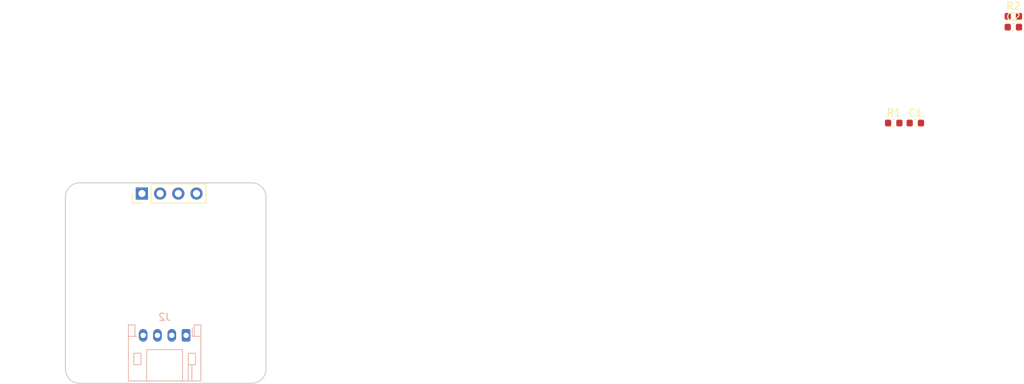
<source format=kicad_pcb>
(kicad_pcb (version 20171130) (host pcbnew 5.0.2-5.fc29)

  (general
    (thickness 1.6)
    (drawings 12)
    (tracks 0)
    (zones 0)
    (modules 6)
    (nets 5)
  )

  (page A4)
  (layers
    (0 F.Cu signal)
    (31 B.Cu signal)
    (32 B.Adhes user)
    (33 F.Adhes user)
    (34 B.Paste user)
    (35 F.Paste user)
    (36 B.SilkS user)
    (37 F.SilkS user)
    (38 B.Mask user)
    (39 F.Mask user)
    (40 Dwgs.User user)
    (41 Cmts.User user)
    (42 Eco1.User user)
    (43 Eco2.User user)
    (44 Edge.Cuts user)
    (45 Margin user)
    (46 B.CrtYd user hide)
    (47 F.CrtYd user hide)
    (48 B.Fab user hide)
    (49 F.Fab user hide)
  )

  (setup
    (last_trace_width 0.25)
    (user_trace_width 0.25)
    (user_trace_width 0.3)
    (user_trace_width 0.35)
    (user_trace_width 0.4)
    (user_trace_width 0.5)
    (user_trace_width 0.6)
    (trace_clearance 0.2)
    (zone_clearance 0.508)
    (zone_45_only no)
    (trace_min 0.2)
    (segment_width 0.2)
    (edge_width 0.15)
    (via_size 0.8)
    (via_drill 0.4)
    (via_min_size 0.4)
    (via_min_drill 0.3)
    (user_via 0.6 0.3)
    (user_via 0.8 0.4)
    (uvia_size 0.3)
    (uvia_drill 0.1)
    (uvias_allowed no)
    (uvia_min_size 0.2)
    (uvia_min_drill 0.1)
    (pcb_text_width 0.3)
    (pcb_text_size 1.5 1.5)
    (mod_edge_width 0.15)
    (mod_text_size 1 1)
    (mod_text_width 0.15)
    (pad_size 1.524 1.524)
    (pad_drill 0.762)
    (pad_to_mask_clearance 0.051)
    (solder_mask_min_width 0.25)
    (aux_axis_origin 0 0)
    (visible_elements FFFFFF7F)
    (pcbplotparams
      (layerselection 0x010fc_ffffffff)
      (usegerberextensions false)
      (usegerberattributes false)
      (usegerberadvancedattributes false)
      (creategerberjobfile false)
      (excludeedgelayer true)
      (linewidth 0.100000)
      (plotframeref false)
      (viasonmask false)
      (mode 1)
      (useauxorigin false)
      (hpglpennumber 1)
      (hpglpenspeed 20)
      (hpglpendiameter 15.000000)
      (psnegative false)
      (psa4output false)
      (plotreference true)
      (plotvalue true)
      (plotinvisibletext false)
      (padsonsilk false)
      (subtractmaskfromsilk false)
      (outputformat 1)
      (mirror false)
      (drillshape 1)
      (scaleselection 1)
      (outputdirectory ""))
  )

  (net 0 "")
  (net 1 VCC)
  (net 2 SDA)
  (net 3 SCL)
  (net 4 GND)

  (net_class Default "This is the default net class."
    (clearance 0.2)
    (trace_width 0.25)
    (via_dia 0.8)
    (via_drill 0.4)
    (uvia_dia 0.3)
    (uvia_drill 0.1)
    (add_net GND)
    (add_net SCL)
    (add_net SDA)
    (add_net VCC)
  )

  (module Capacitor_SMD:C_0603_1608Metric (layer F.Cu) (tedit 5B301BBE) (tstamp 5CBB842D)
    (at 221.855001 57.765001)
    (descr "Capacitor SMD 0603 (1608 Metric), square (rectangular) end terminal, IPC_7351 nominal, (Body size source: http://www.tortai-tech.com/upload/download/2011102023233369053.pdf), generated with kicad-footprint-generator")
    (tags capacitor)
    (path /5CADAB49)
    (attr smd)
    (fp_text reference C2 (at 0 -1.43) (layer F.SilkS)
      (effects (font (size 1 1) (thickness 0.15)))
    )
    (fp_text value 0.1uF (at 0 1.43) (layer F.Fab)
      (effects (font (size 1 1) (thickness 0.15)))
    )
    (fp_text user %R (at 0 0) (layer F.Fab)
      (effects (font (size 0.4 0.4) (thickness 0.06)))
    )
    (fp_line (start 1.48 0.73) (end -1.48 0.73) (layer F.CrtYd) (width 0.05))
    (fp_line (start 1.48 -0.73) (end 1.48 0.73) (layer F.CrtYd) (width 0.05))
    (fp_line (start -1.48 -0.73) (end 1.48 -0.73) (layer F.CrtYd) (width 0.05))
    (fp_line (start -1.48 0.73) (end -1.48 -0.73) (layer F.CrtYd) (width 0.05))
    (fp_line (start -0.162779 0.51) (end 0.162779 0.51) (layer F.SilkS) (width 0.12))
    (fp_line (start -0.162779 -0.51) (end 0.162779 -0.51) (layer F.SilkS) (width 0.12))
    (fp_line (start 0.8 0.4) (end -0.8 0.4) (layer F.Fab) (width 0.1))
    (fp_line (start 0.8 -0.4) (end 0.8 0.4) (layer F.Fab) (width 0.1))
    (fp_line (start -0.8 -0.4) (end 0.8 -0.4) (layer F.Fab) (width 0.1))
    (fp_line (start -0.8 0.4) (end -0.8 -0.4) (layer F.Fab) (width 0.1))
    (pad 2 smd roundrect (at 0.7875 0) (size 0.875 0.95) (layers F.Cu F.Paste F.Mask) (roundrect_rratio 0.25)
      (net 4 GND))
    (pad 1 smd roundrect (at -0.7875 0) (size 0.875 0.95) (layers F.Cu F.Paste F.Mask) (roundrect_rratio 0.25)
      (net 1 VCC))
    (model ${KISYS3DMOD}/Capacitor_SMD.3dshapes/C_0603_1608Metric.wrl
      (at (xyz 0 0 0))
      (scale (xyz 1 1 1))
      (rotate (xyz 0 0 0))
    )
  )

  (module Capacitor_SMD:C_0603_1608Metric (layer F.Cu) (tedit 5B301BBE) (tstamp 5CBB841C)
    (at 208.165001 71.155001)
    (descr "Capacitor SMD 0603 (1608 Metric), square (rectangular) end terminal, IPC_7351 nominal, (Body size source: http://www.tortai-tech.com/upload/download/2011102023233369053.pdf), generated with kicad-footprint-generator")
    (tags capacitor)
    (path /5CADAAB9)
    (attr smd)
    (fp_text reference C1 (at 0 -1.43) (layer F.SilkS)
      (effects (font (size 1 1) (thickness 0.15)))
    )
    (fp_text value 1uF (at 0 1.43) (layer F.Fab)
      (effects (font (size 1 1) (thickness 0.15)))
    )
    (fp_line (start -0.8 0.4) (end -0.8 -0.4) (layer F.Fab) (width 0.1))
    (fp_line (start -0.8 -0.4) (end 0.8 -0.4) (layer F.Fab) (width 0.1))
    (fp_line (start 0.8 -0.4) (end 0.8 0.4) (layer F.Fab) (width 0.1))
    (fp_line (start 0.8 0.4) (end -0.8 0.4) (layer F.Fab) (width 0.1))
    (fp_line (start -0.162779 -0.51) (end 0.162779 -0.51) (layer F.SilkS) (width 0.12))
    (fp_line (start -0.162779 0.51) (end 0.162779 0.51) (layer F.SilkS) (width 0.12))
    (fp_line (start -1.48 0.73) (end -1.48 -0.73) (layer F.CrtYd) (width 0.05))
    (fp_line (start -1.48 -0.73) (end 1.48 -0.73) (layer F.CrtYd) (width 0.05))
    (fp_line (start 1.48 -0.73) (end 1.48 0.73) (layer F.CrtYd) (width 0.05))
    (fp_line (start 1.48 0.73) (end -1.48 0.73) (layer F.CrtYd) (width 0.05))
    (fp_text user %R (at 0 0) (layer F.Fab)
      (effects (font (size 0.4 0.4) (thickness 0.06)))
    )
    (pad 1 smd roundrect (at -0.7875 0) (size 0.875 0.95) (layers F.Cu F.Paste F.Mask) (roundrect_rratio 0.25)
      (net 1 VCC))
    (pad 2 smd roundrect (at 0.7875 0) (size 0.875 0.95) (layers F.Cu F.Paste F.Mask) (roundrect_rratio 0.25)
      (net 4 GND))
    (model ${KISYS3DMOD}/Capacitor_SMD.3dshapes/C_0603_1608Metric.wrl
      (at (xyz 0 0 0))
      (scale (xyz 1 1 1))
      (rotate (xyz 0 0 0))
    )
  )

  (module Connector_JST:JST_PH_S4B-PH-K_1x04_P2.00mm_Horizontal (layer B.Cu) (tedit 5B7745C6) (tstamp 5CBB840B)
    (at 106.35 100.8 180)
    (descr "JST PH series connector, S4B-PH-K (http://www.jst-mfg.com/product/pdf/eng/ePH.pdf), generated with kicad-footprint-generator")
    (tags "connector JST PH top entry")
    (path /5CAD9695)
    (fp_text reference J2 (at 3 2.55 180) (layer B.SilkS)
      (effects (font (size 1 1) (thickness 0.15)) (justify mirror))
    )
    (fp_text value JST_CONN (at 3 -7.45 180) (layer B.Fab)
      (effects (font (size 1 1) (thickness 0.15)) (justify mirror))
    )
    (fp_line (start -0.86 -0.14) (end -1.14 -0.14) (layer B.SilkS) (width 0.12))
    (fp_line (start -1.14 -0.14) (end -1.14 1.46) (layer B.SilkS) (width 0.12))
    (fp_line (start -1.14 1.46) (end -2.06 1.46) (layer B.SilkS) (width 0.12))
    (fp_line (start -2.06 1.46) (end -2.06 -6.36) (layer B.SilkS) (width 0.12))
    (fp_line (start -2.06 -6.36) (end 8.06 -6.36) (layer B.SilkS) (width 0.12))
    (fp_line (start 8.06 -6.36) (end 8.06 1.46) (layer B.SilkS) (width 0.12))
    (fp_line (start 8.06 1.46) (end 7.14 1.46) (layer B.SilkS) (width 0.12))
    (fp_line (start 7.14 1.46) (end 7.14 -0.14) (layer B.SilkS) (width 0.12))
    (fp_line (start 7.14 -0.14) (end 6.86 -0.14) (layer B.SilkS) (width 0.12))
    (fp_line (start 0.5 -6.36) (end 0.5 -2) (layer B.SilkS) (width 0.12))
    (fp_line (start 0.5 -2) (end 5.5 -2) (layer B.SilkS) (width 0.12))
    (fp_line (start 5.5 -2) (end 5.5 -6.36) (layer B.SilkS) (width 0.12))
    (fp_line (start -2.06 -0.14) (end -1.14 -0.14) (layer B.SilkS) (width 0.12))
    (fp_line (start 8.06 -0.14) (end 7.14 -0.14) (layer B.SilkS) (width 0.12))
    (fp_line (start -1.3 -2.5) (end -1.3 -4.1) (layer B.SilkS) (width 0.12))
    (fp_line (start -1.3 -4.1) (end -0.3 -4.1) (layer B.SilkS) (width 0.12))
    (fp_line (start -0.3 -4.1) (end -0.3 -2.5) (layer B.SilkS) (width 0.12))
    (fp_line (start -0.3 -2.5) (end -1.3 -2.5) (layer B.SilkS) (width 0.12))
    (fp_line (start 7.3 -2.5) (end 7.3 -4.1) (layer B.SilkS) (width 0.12))
    (fp_line (start 7.3 -4.1) (end 6.3 -4.1) (layer B.SilkS) (width 0.12))
    (fp_line (start 6.3 -4.1) (end 6.3 -2.5) (layer B.SilkS) (width 0.12))
    (fp_line (start 6.3 -2.5) (end 7.3 -2.5) (layer B.SilkS) (width 0.12))
    (fp_line (start -0.3 -4.1) (end -0.3 -6.36) (layer B.SilkS) (width 0.12))
    (fp_line (start -0.8 -4.1) (end -0.8 -6.36) (layer B.SilkS) (width 0.12))
    (fp_line (start -2.45 1.85) (end -2.45 -6.75) (layer B.CrtYd) (width 0.05))
    (fp_line (start -2.45 -6.75) (end 8.45 -6.75) (layer B.CrtYd) (width 0.05))
    (fp_line (start 8.45 -6.75) (end 8.45 1.85) (layer B.CrtYd) (width 0.05))
    (fp_line (start 8.45 1.85) (end -2.45 1.85) (layer B.CrtYd) (width 0.05))
    (fp_line (start -1.25 -0.25) (end -1.25 1.35) (layer B.Fab) (width 0.1))
    (fp_line (start -1.25 1.35) (end -1.95 1.35) (layer B.Fab) (width 0.1))
    (fp_line (start -1.95 1.35) (end -1.95 -6.25) (layer B.Fab) (width 0.1))
    (fp_line (start -1.95 -6.25) (end 7.95 -6.25) (layer B.Fab) (width 0.1))
    (fp_line (start 7.95 -6.25) (end 7.95 1.35) (layer B.Fab) (width 0.1))
    (fp_line (start 7.95 1.35) (end 7.25 1.35) (layer B.Fab) (width 0.1))
    (fp_line (start 7.25 1.35) (end 7.25 -0.25) (layer B.Fab) (width 0.1))
    (fp_line (start 7.25 -0.25) (end -1.25 -0.25) (layer B.Fab) (width 0.1))
    (fp_line (start -0.86 -0.14) (end -0.86 1.075) (layer B.SilkS) (width 0.12))
    (fp_line (start 0 -0.875) (end -0.5 -1.375) (layer B.Fab) (width 0.1))
    (fp_line (start -0.5 -1.375) (end 0.5 -1.375) (layer B.Fab) (width 0.1))
    (fp_line (start 0.5 -1.375) (end 0 -0.875) (layer B.Fab) (width 0.1))
    (fp_text user %R (at 3 -2.5 180) (layer B.Fab)
      (effects (font (size 1 1) (thickness 0.15)) (justify mirror))
    )
    (pad 1 thru_hole roundrect (at 0 0 180) (size 1.2 1.75) (drill 0.75) (layers *.Cu *.Mask) (roundrect_rratio 0.208333)
      (net 4 GND))
    (pad 2 thru_hole oval (at 2 0 180) (size 1.2 1.75) (drill 0.75) (layers *.Cu *.Mask)
      (net 1 VCC))
    (pad 3 thru_hole oval (at 4 0 180) (size 1.2 1.75) (drill 0.75) (layers *.Cu *.Mask)
      (net 2 SDA))
    (pad 4 thru_hole oval (at 6 0 180) (size 1.2 1.75) (drill 0.75) (layers *.Cu *.Mask)
      (net 3 SCL))
    (model ${KISYS3DMOD}/Connector_JST.3dshapes/JST_PH_S4B-PH-K_1x04_P2.00mm_Horizontal.wrl
      (at (xyz 0 0 0))
      (scale (xyz 1 1 1))
      (rotate (xyz 0 0 0))
    )
  )

  (module Connector_PinHeader_2.54mm:PinHeader_1x04_P2.54mm_Vertical locked (layer F.Cu) (tedit 5CAD9C4C) (tstamp 5CBB8902)
    (at 100.18 81 90)
    (descr "Through hole straight pin header, 1x04, 2.54mm pitch, single row")
    (tags "Through hole pin header THT 1x04 2.54mm single row")
    (path /5CAD9BC8)
    (fp_text reference J1 (at 0 -2.33 90) (layer F.SilkS) hide
      (effects (font (size 1 1) (thickness 0.15)))
    )
    (fp_text value OLED_CONN (at 0 9.95 90) (layer F.Fab)
      (effects (font (size 1 1) (thickness 0.15)))
    )
    (fp_line (start -0.635 -1.27) (end 1.27 -1.27) (layer F.Fab) (width 0.1))
    (fp_line (start 1.27 -1.27) (end 1.27 8.89) (layer F.Fab) (width 0.1))
    (fp_line (start 1.27 8.89) (end -1.27 8.89) (layer F.Fab) (width 0.1))
    (fp_line (start -1.27 8.89) (end -1.27 -0.635) (layer F.Fab) (width 0.1))
    (fp_line (start -1.27 -0.635) (end -0.635 -1.27) (layer F.Fab) (width 0.1))
    (fp_line (start -1.33 8.95) (end 1.33 8.95) (layer F.SilkS) (width 0.12))
    (fp_line (start -1.33 1.27) (end -1.33 8.95) (layer F.SilkS) (width 0.12))
    (fp_line (start 1.33 1.27) (end 1.33 8.95) (layer F.SilkS) (width 0.12))
    (fp_line (start -1.33 1.27) (end 1.33 1.27) (layer F.SilkS) (width 0.12))
    (fp_line (start -1.33 0) (end -1.33 -1.33) (layer F.SilkS) (width 0.12))
    (fp_line (start -1.33 -1.33) (end 0 -1.33) (layer F.SilkS) (width 0.12))
    (fp_line (start -1.8 -1.8) (end -1.8 9.4) (layer F.CrtYd) (width 0.05))
    (fp_line (start -1.8 9.4) (end 1.8 9.4) (layer F.CrtYd) (width 0.05))
    (fp_line (start 1.8 9.4) (end 1.8 -1.8) (layer F.CrtYd) (width 0.05))
    (fp_line (start 1.8 -1.8) (end -1.8 -1.8) (layer F.CrtYd) (width 0.05))
    (fp_text user %R (at 0 3.81 180) (layer F.Fab)
      (effects (font (size 1 1) (thickness 0.15)))
    )
    (pad 1 thru_hole rect (at 0 0 90) (size 1.7 1.7) (drill 1) (layers *.Cu *.Mask)
      (net 4 GND))
    (pad 2 thru_hole oval (at 0 2.54 90) (size 1.7 1.7) (drill 1) (layers *.Cu *.Mask)
      (net 1 VCC))
    (pad 3 thru_hole oval (at 0 5.08 90) (size 1.7 1.7) (drill 1) (layers *.Cu *.Mask)
      (net 2 SDA))
    (pad 4 thru_hole oval (at 0 7.62 90) (size 1.7 1.7) (drill 1) (layers *.Cu *.Mask)
      (net 3 SCL))
    (model ${KISYS3DMOD}/Connector_PinHeader_2.54mm.3dshapes/PinHeader_1x04_P2.54mm_Vertical.wrl
      (at (xyz 0 0 0))
      (scale (xyz 1 1 1))
      (rotate (xyz 0 0 0))
    )
  )

  (module Resistor_SMD:R_0603_1608Metric (layer F.Cu) (tedit 5B301BBD) (tstamp 5CBB83C2)
    (at 221.855001 56.255001)
    (descr "Resistor SMD 0603 (1608 Metric), square (rectangular) end terminal, IPC_7351 nominal, (Body size source: http://www.tortai-tech.com/upload/download/2011102023233369053.pdf), generated with kicad-footprint-generator")
    (tags resistor)
    (path /5CADA0F8)
    (attr smd)
    (fp_text reference R2 (at 0 -1.43) (layer F.SilkS)
      (effects (font (size 1 1) (thickness 0.15)))
    )
    (fp_text value 10K (at 0 1.43) (layer F.Fab)
      (effects (font (size 1 1) (thickness 0.15)))
    )
    (fp_text user %R (at 0 0) (layer F.Fab)
      (effects (font (size 0.4 0.4) (thickness 0.06)))
    )
    (fp_line (start 1.48 0.73) (end -1.48 0.73) (layer F.CrtYd) (width 0.05))
    (fp_line (start 1.48 -0.73) (end 1.48 0.73) (layer F.CrtYd) (width 0.05))
    (fp_line (start -1.48 -0.73) (end 1.48 -0.73) (layer F.CrtYd) (width 0.05))
    (fp_line (start -1.48 0.73) (end -1.48 -0.73) (layer F.CrtYd) (width 0.05))
    (fp_line (start -0.162779 0.51) (end 0.162779 0.51) (layer F.SilkS) (width 0.12))
    (fp_line (start -0.162779 -0.51) (end 0.162779 -0.51) (layer F.SilkS) (width 0.12))
    (fp_line (start 0.8 0.4) (end -0.8 0.4) (layer F.Fab) (width 0.1))
    (fp_line (start 0.8 -0.4) (end 0.8 0.4) (layer F.Fab) (width 0.1))
    (fp_line (start -0.8 -0.4) (end 0.8 -0.4) (layer F.Fab) (width 0.1))
    (fp_line (start -0.8 0.4) (end -0.8 -0.4) (layer F.Fab) (width 0.1))
    (pad 2 smd roundrect (at 0.7875 0) (size 0.875 0.95) (layers F.Cu F.Paste F.Mask) (roundrect_rratio 0.25)
      (net 3 SCL))
    (pad 1 smd roundrect (at -0.7875 0) (size 0.875 0.95) (layers F.Cu F.Paste F.Mask) (roundrect_rratio 0.25)
      (net 1 VCC))
    (model ${KISYS3DMOD}/Resistor_SMD.3dshapes/R_0603_1608Metric.wrl
      (at (xyz 0 0 0))
      (scale (xyz 1 1 1))
      (rotate (xyz 0 0 0))
    )
  )

  (module Resistor_SMD:R_0603_1608Metric (layer F.Cu) (tedit 5B301BBD) (tstamp 5CBB83B1)
    (at 205.155001 71.155001)
    (descr "Resistor SMD 0603 (1608 Metric), square (rectangular) end terminal, IPC_7351 nominal, (Body size source: http://www.tortai-tech.com/upload/download/2011102023233369053.pdf), generated with kicad-footprint-generator")
    (tags resistor)
    (path /5CADA020)
    (attr smd)
    (fp_text reference R1 (at 0 -1.43) (layer F.SilkS)
      (effects (font (size 1 1) (thickness 0.15)))
    )
    (fp_text value 10K (at 0 1.43) (layer F.Fab)
      (effects (font (size 1 1) (thickness 0.15)))
    )
    (fp_line (start -0.8 0.4) (end -0.8 -0.4) (layer F.Fab) (width 0.1))
    (fp_line (start -0.8 -0.4) (end 0.8 -0.4) (layer F.Fab) (width 0.1))
    (fp_line (start 0.8 -0.4) (end 0.8 0.4) (layer F.Fab) (width 0.1))
    (fp_line (start 0.8 0.4) (end -0.8 0.4) (layer F.Fab) (width 0.1))
    (fp_line (start -0.162779 -0.51) (end 0.162779 -0.51) (layer F.SilkS) (width 0.12))
    (fp_line (start -0.162779 0.51) (end 0.162779 0.51) (layer F.SilkS) (width 0.12))
    (fp_line (start -1.48 0.73) (end -1.48 -0.73) (layer F.CrtYd) (width 0.05))
    (fp_line (start -1.48 -0.73) (end 1.48 -0.73) (layer F.CrtYd) (width 0.05))
    (fp_line (start 1.48 -0.73) (end 1.48 0.73) (layer F.CrtYd) (width 0.05))
    (fp_line (start 1.48 0.73) (end -1.48 0.73) (layer F.CrtYd) (width 0.05))
    (fp_text user %R (at 0 0) (layer F.Fab)
      (effects (font (size 0.4 0.4) (thickness 0.06)))
    )
    (pad 1 smd roundrect (at -0.7875 0) (size 0.875 0.95) (layers F.Cu F.Paste F.Mask) (roundrect_rratio 0.25)
      (net 1 VCC))
    (pad 2 smd roundrect (at 0.7875 0) (size 0.875 0.95) (layers F.Cu F.Paste F.Mask) (roundrect_rratio 0.25)
      (net 2 SDA))
    (model ${KISYS3DMOD}/Resistor_SMD.3dshapes/R_0603_1608Metric.wrl
      (at (xyz 0 0 0))
      (scale (xyz 1 1 1))
      (rotate (xyz 0 0 0))
    )
  )

  (dimension 1.5 (width 0.3) (layer Dwgs.User)
    (gr_text "1.500 mm" (at 113.1 80.25 270) (layer Dwgs.User)
      (effects (font (size 1.5 1.5) (thickness 0.3)))
    )
    (feature1 (pts (xy 110 81) (xy 111.586421 81)))
    (feature2 (pts (xy 110 79.5) (xy 111.586421 79.5)))
    (crossbar (pts (xy 111 79.5) (xy 111 81)))
    (arrow1a (pts (xy 111 81) (xy 110.413579 79.873496)))
    (arrow1b (pts (xy 111 81) (xy 111.586421 79.873496)))
    (arrow2a (pts (xy 111 79.5) (xy 110.413579 80.626504)))
    (arrow2b (pts (xy 111 79.5) (xy 111.586421 80.626504)))
  )
  (gr_arc (start 115.5 81.5) (end 117.5 81.5) (angle -90) (layer Edge.Cuts) (width 0.15))
  (gr_arc (start 91.5 81.5) (end 91.5 79.5) (angle -90) (layer Edge.Cuts) (width 0.15))
  (gr_arc (start 91.5 105.5) (end 89.5 105.5) (angle -90) (layer Edge.Cuts) (width 0.15))
  (gr_arc (start 115.5 105.5) (end 115.5 107.5) (angle -90) (layer Edge.Cuts) (width 0.15))
  (gr_line (start 117.5 81.5) (end 117.5 105.5) (layer Edge.Cuts) (width 0.15) (tstamp 5CBB874B))
  (gr_line (start 91.5 107.5) (end 115.5 107.5) (layer Edge.Cuts) (width 0.15) (tstamp 5CBB8747))
  (gr_line (start 89.5 81.5) (end 89.5 105.5) (layer Edge.Cuts) (width 0.15))
  (gr_line (start 91.5 79.5) (end 115.5 79.5) (layer Edge.Cuts) (width 0.15))
  (dimension 14 (width 0.3) (layer Dwgs.User)
    (gr_text "14.000 mm" (at 97 68.9) (layer Dwgs.User)
      (effects (font (size 1.5 1.5) (thickness 0.3)))
    )
    (feature1 (pts (xy 104 80) (xy 104 70.413579)))
    (feature2 (pts (xy 90 80) (xy 90 70.413579)))
    (crossbar (pts (xy 90 71) (xy 104 71)))
    (arrow1a (pts (xy 104 71) (xy 102.873496 71.586421)))
    (arrow1b (pts (xy 104 71) (xy 102.873496 70.413579)))
    (arrow2a (pts (xy 90 71) (xy 91.126504 71.586421)))
    (arrow2b (pts (xy 90 71) (xy 91.126504 70.413579)))
  )
  (dimension 27 (width 0.3) (layer Dwgs.User)
    (gr_text "27.000 mm" (at 85.900001 93.5 270) (layer Dwgs.User)
      (effects (font (size 1.5 1.5) (thickness 0.3)))
    )
    (feature1 (pts (xy 90 107) (xy 87.41358 107)))
    (feature2 (pts (xy 90 80) (xy 87.41358 80)))
    (crossbar (pts (xy 88.000001 80) (xy 88.000001 107)))
    (arrow1a (pts (xy 88.000001 107) (xy 87.41358 105.873496)))
    (arrow1b (pts (xy 88.000001 107) (xy 88.586422 105.873496)))
    (arrow2a (pts (xy 88.000001 80) (xy 87.41358 81.126504)))
    (arrow2b (pts (xy 88.000001 80) (xy 88.586422 81.126504)))
  )
  (dimension 27 (width 0.3) (layer Dwgs.User)
    (gr_text "27.000 mm" (at 103.5 75.9) (layer Dwgs.User)
      (effects (font (size 1.5 1.5) (thickness 0.3)))
    )
    (feature1 (pts (xy 117 80) (xy 117 77.413579)))
    (feature2 (pts (xy 90 80) (xy 90 77.413579)))
    (crossbar (pts (xy 90 78) (xy 117 78)))
    (arrow1a (pts (xy 117 78) (xy 115.873496 78.586421)))
    (arrow1b (pts (xy 117 78) (xy 115.873496 77.413579)))
    (arrow2a (pts (xy 90 78) (xy 91.126504 78.586421)))
    (arrow2b (pts (xy 90 78) (xy 91.126504 77.413579)))
  )

)

</source>
